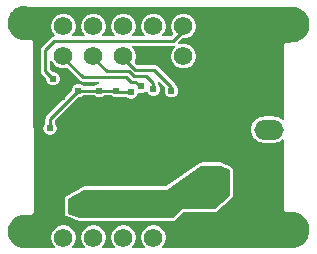
<source format=gbl>
G04 Layer: BottomLayer*
G04 EasyEDA v6.5.42, 2024-05-25 08:47:02*
G04 c832b5f5d920414fa9447ed0a7611263,2865ae9118a24060a17af6d01c9bcc73,10*
G04 Gerber Generator version 0.2*
G04 Scale: 100 percent, Rotated: No, Reflected: No *
G04 Dimensions in millimeters *
G04 leading zeros omitted , absolute positions ,4 integer and 5 decimal *
%FSLAX45Y45*%
%MOMM*%

%ADD10C,0.2540*%
%ADD11O,2.4999949999999997X1.6999966*%
%ADD12C,2.0000*%
%ADD13C,1.5748*%
%ADD14C,0.6000*%
%ADD15C,0.6096*%
%ADD16C,0.6200*%
%ADD17C,0.0146*%

%LPD*%
G36*
X-465734Y-2272792D02*
G01*
X-472084Y-2271928D01*
X-487019Y-2268118D01*
X-501497Y-2262632D01*
X-515264Y-2255621D01*
X-528167Y-2247188D01*
X-540105Y-2237333D01*
X-550875Y-2226259D01*
X-560374Y-2214067D01*
X-568452Y-2200910D01*
X-575106Y-2186940D01*
X-580136Y-2172360D01*
X-583590Y-2157272D01*
X-585317Y-2141931D01*
X-585419Y-2126488D01*
X-583793Y-2111095D01*
X-580491Y-2096007D01*
X-575564Y-2081377D01*
X-569061Y-2067356D01*
X-561086Y-2054148D01*
X-551688Y-2041855D01*
X-540969Y-2030679D01*
X-529183Y-2020773D01*
X-516331Y-2012188D01*
X-502615Y-2005025D01*
X-488188Y-1999488D01*
X-473252Y-1995474D01*
X-458927Y-1993341D01*
X-392887Y-1991614D01*
X-386384Y-1990648D01*
X-380949Y-1988413D01*
X-375818Y-1984705D01*
X-373481Y-1982266D01*
X-369925Y-1977085D01*
X-367792Y-1971548D01*
X-367030Y-1965045D01*
X-368554Y-538835D01*
X-369366Y-532333D01*
X-371449Y-526796D01*
X-375005Y-521614D01*
X-377596Y-519023D01*
X-382676Y-515366D01*
X-388162Y-513181D01*
X-394665Y-512318D01*
X-455828Y-511352D01*
X-472490Y-509016D01*
X-487730Y-505104D01*
X-502412Y-499567D01*
X-516432Y-492455D01*
X-529539Y-483819D01*
X-541680Y-473862D01*
X-552602Y-462584D01*
X-562305Y-450240D01*
X-570534Y-436829D01*
X-577240Y-422656D01*
X-582422Y-407822D01*
X-585927Y-392531D01*
X-587705Y-376936D01*
X-587806Y-361238D01*
X-586181Y-345592D01*
X-582828Y-330250D01*
X-577850Y-315366D01*
X-571246Y-301091D01*
X-563168Y-287680D01*
X-553618Y-275183D01*
X-542798Y-263804D01*
X-530809Y-253695D01*
X-517753Y-244957D01*
X-503834Y-237693D01*
X-489204Y-231952D01*
X-474014Y-227888D01*
X-458520Y-225501D01*
X-442823Y-224840D01*
X-427177Y-225907D01*
X-411327Y-228650D01*
X-405942Y-229108D01*
X1826564Y-229108D01*
X1843582Y-231241D01*
X1859381Y-235000D01*
X1874672Y-240436D01*
X1889302Y-247497D01*
X1903120Y-256032D01*
X1915922Y-265988D01*
X1927606Y-277317D01*
X1938020Y-289763D01*
X1947062Y-303276D01*
X1954580Y-317652D01*
X1960524Y-332740D01*
X1964842Y-348386D01*
X1967484Y-364439D01*
X1968398Y-380644D01*
X1967534Y-396849D01*
X1964994Y-412902D01*
X1960778Y-428548D01*
X1954885Y-443687D01*
X1947418Y-458114D01*
X1938426Y-471678D01*
X1928114Y-484174D01*
X1916480Y-495503D01*
X1903730Y-505561D01*
X1889963Y-514197D01*
X1875332Y-521258D01*
X1860092Y-526796D01*
X1844293Y-530656D01*
X1829104Y-532688D01*
X1786737Y-534365D01*
X1778050Y-533095D01*
X1775510Y-533146D01*
X1771700Y-533755D01*
X1765960Y-535940D01*
X1761083Y-539292D01*
X1756968Y-543966D01*
X1755089Y-547065D01*
X1752904Y-552907D01*
X1752092Y-559409D01*
X1752092Y-1176324D01*
X1751380Y-1180084D01*
X1749348Y-1183284D01*
X1746250Y-1185519D01*
X1742592Y-1186484D01*
X1738782Y-1185976D01*
X1735480Y-1184148D01*
X1730756Y-1180287D01*
X1719021Y-1172819D01*
X1706422Y-1166876D01*
X1693164Y-1162608D01*
X1679498Y-1159967D01*
X1665274Y-1159103D01*
X1585925Y-1159103D01*
X1571701Y-1159967D01*
X1558036Y-1162608D01*
X1544777Y-1166876D01*
X1532178Y-1172819D01*
X1520444Y-1180287D01*
X1509674Y-1189177D01*
X1500174Y-1199337D01*
X1491996Y-1210564D01*
X1485290Y-1222806D01*
X1480159Y-1235710D01*
X1476654Y-1249222D01*
X1474927Y-1263040D01*
X1474927Y-1276959D01*
X1476654Y-1290777D01*
X1480159Y-1304290D01*
X1485290Y-1317193D01*
X1491996Y-1329436D01*
X1500174Y-1340662D01*
X1509674Y-1350822D01*
X1520444Y-1359712D01*
X1532178Y-1367180D01*
X1544777Y-1373124D01*
X1558036Y-1377391D01*
X1571701Y-1380032D01*
X1585925Y-1380896D01*
X1665274Y-1380896D01*
X1679498Y-1380032D01*
X1693164Y-1377391D01*
X1706422Y-1373124D01*
X1719021Y-1367180D01*
X1730756Y-1359712D01*
X1735480Y-1355852D01*
X1738782Y-1354023D01*
X1742592Y-1353515D01*
X1746250Y-1354480D01*
X1749348Y-1356715D01*
X1751380Y-1359916D01*
X1752092Y-1363675D01*
X1752092Y-1941474D01*
X1752904Y-1947976D01*
X1754987Y-1953514D01*
X1758543Y-1958695D01*
X1760931Y-1961134D01*
X1766011Y-1964842D01*
X1771497Y-1967077D01*
X1778000Y-1967992D01*
X1829054Y-1969211D01*
X1845360Y-1971446D01*
X1861108Y-1975408D01*
X1876348Y-1981047D01*
X1890877Y-1988261D01*
X1904593Y-1996998D01*
X1917293Y-2007107D01*
X1928825Y-2018538D01*
X1939086Y-2031085D01*
X1947925Y-2044700D01*
X1955292Y-2059178D01*
X1961083Y-2074367D01*
X1965198Y-2090064D01*
X1967636Y-2106117D01*
X1968347Y-2122322D01*
X1967331Y-2138527D01*
X1964588Y-2154580D01*
X1960168Y-2170176D01*
X1954123Y-2185263D01*
X1946503Y-2199589D01*
X1937359Y-2213000D01*
X1926843Y-2225395D01*
X1915109Y-2236622D01*
X1902206Y-2246477D01*
X1888388Y-2254961D01*
X1873707Y-2261870D01*
X1858365Y-2267204D01*
X1842516Y-2270861D01*
X1826564Y-2272792D01*
X731469Y-2272792D01*
X727659Y-2272080D01*
X724458Y-2269947D01*
X722223Y-2266848D01*
X721309Y-2263089D01*
X721868Y-2259279D01*
X723849Y-2255926D01*
X730707Y-2248103D01*
X738327Y-2236724D01*
X744372Y-2224430D01*
X748741Y-2211476D01*
X751433Y-2198065D01*
X752348Y-2184400D01*
X751433Y-2170734D01*
X748741Y-2157323D01*
X744372Y-2144369D01*
X738327Y-2132076D01*
X730707Y-2120696D01*
X721664Y-2110435D01*
X711403Y-2101392D01*
X700024Y-2093772D01*
X687730Y-2087727D01*
X674776Y-2083358D01*
X661365Y-2080666D01*
X647700Y-2079752D01*
X634034Y-2080666D01*
X620623Y-2083358D01*
X607669Y-2087727D01*
X595376Y-2093772D01*
X583996Y-2101392D01*
X573735Y-2110435D01*
X564692Y-2120696D01*
X557072Y-2132076D01*
X551027Y-2144369D01*
X546658Y-2157323D01*
X543966Y-2170734D01*
X543052Y-2184400D01*
X543966Y-2198065D01*
X546658Y-2211476D01*
X551027Y-2224430D01*
X557072Y-2236724D01*
X564692Y-2248103D01*
X571550Y-2255926D01*
X573532Y-2259279D01*
X574090Y-2263089D01*
X573176Y-2266848D01*
X570941Y-2269947D01*
X567740Y-2272080D01*
X563930Y-2272792D01*
X477469Y-2272792D01*
X473659Y-2272080D01*
X470458Y-2269947D01*
X468223Y-2266848D01*
X467309Y-2263089D01*
X467868Y-2259279D01*
X469849Y-2255926D01*
X476707Y-2248103D01*
X484327Y-2236724D01*
X490372Y-2224430D01*
X494741Y-2211476D01*
X497433Y-2198065D01*
X498348Y-2184400D01*
X497433Y-2170734D01*
X494741Y-2157323D01*
X490372Y-2144369D01*
X484327Y-2132076D01*
X476707Y-2120696D01*
X467664Y-2110435D01*
X457403Y-2101392D01*
X446024Y-2093772D01*
X433730Y-2087727D01*
X420776Y-2083358D01*
X407365Y-2080666D01*
X393700Y-2079752D01*
X380034Y-2080666D01*
X366623Y-2083358D01*
X353669Y-2087727D01*
X341376Y-2093772D01*
X329996Y-2101392D01*
X319735Y-2110435D01*
X310692Y-2120696D01*
X303072Y-2132076D01*
X297027Y-2144369D01*
X292658Y-2157323D01*
X289966Y-2170734D01*
X289052Y-2184400D01*
X289966Y-2198065D01*
X292658Y-2211476D01*
X297027Y-2224430D01*
X303072Y-2236724D01*
X310692Y-2248103D01*
X317550Y-2255926D01*
X319532Y-2259279D01*
X320090Y-2263089D01*
X319176Y-2266848D01*
X316941Y-2269947D01*
X313740Y-2272080D01*
X309930Y-2272792D01*
X223469Y-2272792D01*
X219659Y-2272080D01*
X216458Y-2269947D01*
X214223Y-2266848D01*
X213309Y-2263089D01*
X213867Y-2259279D01*
X215849Y-2255926D01*
X222707Y-2248103D01*
X230327Y-2236724D01*
X236372Y-2224430D01*
X240741Y-2211476D01*
X243433Y-2198065D01*
X244348Y-2184400D01*
X243433Y-2170734D01*
X240741Y-2157323D01*
X236372Y-2144369D01*
X230327Y-2132076D01*
X222707Y-2120696D01*
X213664Y-2110435D01*
X203403Y-2101392D01*
X192024Y-2093772D01*
X179730Y-2087727D01*
X166776Y-2083358D01*
X153365Y-2080666D01*
X139700Y-2079752D01*
X126034Y-2080666D01*
X112623Y-2083358D01*
X99669Y-2087727D01*
X87376Y-2093772D01*
X75996Y-2101392D01*
X65735Y-2110435D01*
X56692Y-2120696D01*
X49072Y-2132076D01*
X43027Y-2144369D01*
X38658Y-2157323D01*
X35966Y-2170734D01*
X35052Y-2184400D01*
X35966Y-2198065D01*
X38658Y-2211476D01*
X43027Y-2224430D01*
X49072Y-2236724D01*
X56692Y-2248103D01*
X63550Y-2255926D01*
X65532Y-2259279D01*
X66090Y-2263089D01*
X65176Y-2266848D01*
X62941Y-2269947D01*
X59740Y-2272080D01*
X55930Y-2272792D01*
X-30530Y-2272792D01*
X-34340Y-2272080D01*
X-37541Y-2269947D01*
X-39776Y-2266848D01*
X-40690Y-2263089D01*
X-40132Y-2259279D01*
X-38150Y-2255926D01*
X-31292Y-2248103D01*
X-23672Y-2236724D01*
X-17627Y-2224430D01*
X-13258Y-2211476D01*
X-10566Y-2198065D01*
X-9652Y-2184400D01*
X-10566Y-2170734D01*
X-13258Y-2157323D01*
X-17627Y-2144369D01*
X-23672Y-2132076D01*
X-31292Y-2120696D01*
X-40335Y-2110435D01*
X-50596Y-2101392D01*
X-61976Y-2093772D01*
X-74269Y-2087727D01*
X-87223Y-2083358D01*
X-100634Y-2080666D01*
X-114300Y-2079752D01*
X-127965Y-2080666D01*
X-141376Y-2083358D01*
X-154330Y-2087727D01*
X-166624Y-2093772D01*
X-178003Y-2101392D01*
X-188264Y-2110435D01*
X-197307Y-2120696D01*
X-204927Y-2132076D01*
X-210972Y-2144369D01*
X-215341Y-2157323D01*
X-218033Y-2170734D01*
X-218948Y-2184400D01*
X-218033Y-2198065D01*
X-215341Y-2211476D01*
X-210972Y-2224430D01*
X-204927Y-2236724D01*
X-197307Y-2248103D01*
X-190449Y-2255926D01*
X-188468Y-2259279D01*
X-187909Y-2263089D01*
X-188823Y-2266848D01*
X-191058Y-2269947D01*
X-194259Y-2272080D01*
X-198069Y-2272792D01*
G37*

%LPC*%
G36*
X25755Y-2045207D02*
G01*
X812495Y-2045207D01*
X818540Y-2044547D01*
X824026Y-2042617D01*
X828954Y-2039518D01*
X831342Y-2037435D01*
X896772Y-1972005D01*
X900074Y-1969770D01*
X903935Y-1969007D01*
X1168247Y-1969007D01*
X1175664Y-1967890D01*
X1180998Y-1965655D01*
X1186180Y-1961997D01*
X1312418Y-1848357D01*
X1315516Y-1845056D01*
X1318666Y-1840026D01*
X1320596Y-1834540D01*
X1321308Y-1828241D01*
X1321308Y-1613408D01*
X1320698Y-1607566D01*
X1318869Y-1602028D01*
X1315821Y-1597101D01*
X1311808Y-1592935D01*
X1306474Y-1589481D01*
X1231290Y-1551889D01*
X1225346Y-1549704D01*
X1218590Y-1548892D01*
X1054658Y-1548892D01*
X1048359Y-1549603D01*
X1042720Y-1551584D01*
X1038961Y-1553768D01*
X756513Y-1750263D01*
X753719Y-1751634D01*
X750671Y-1752092D01*
X63652Y-1752092D01*
X56489Y-1753107D01*
X50596Y-1755546D01*
X-88239Y-1831238D01*
X-92202Y-1833880D01*
X-96418Y-1838096D01*
X-99466Y-1842973D01*
X-101396Y-1848459D01*
X-102108Y-1854758D01*
X-102006Y-1983181D01*
X-100787Y-1989175D01*
X-98399Y-1994458D01*
X-94894Y-1999081D01*
X-90424Y-2002789D01*
X-84785Y-2005634D01*
X15747Y-2043379D01*
X22148Y-2044954D01*
G37*
G36*
X-228600Y-1313637D02*
G01*
X-218795Y-1312773D01*
X-209346Y-1310233D01*
X-200406Y-1306118D01*
X-192379Y-1300480D01*
X-185420Y-1293520D01*
X-179781Y-1285494D01*
X-175666Y-1276553D01*
X-173126Y-1267104D01*
X-172262Y-1257300D01*
X-173126Y-1247495D01*
X-175666Y-1238046D01*
X-179781Y-1229106D01*
X-185420Y-1221079D01*
X-186994Y-1219504D01*
X-189230Y-1216202D01*
X-189992Y-1212291D01*
X-189992Y-1201318D01*
X-189230Y-1197406D01*
X-186994Y-1194104D01*
X8178Y-998931D01*
X11074Y-996899D01*
X14478Y-995984D01*
X22504Y-995273D01*
X31953Y-992733D01*
X40894Y-988618D01*
X48920Y-982980D01*
X50495Y-981405D01*
X53797Y-979169D01*
X57708Y-978408D01*
X145491Y-978408D01*
X149402Y-979169D01*
X152704Y-981405D01*
X154279Y-982980D01*
X162306Y-988618D01*
X171246Y-992733D01*
X180695Y-995273D01*
X190500Y-996137D01*
X200304Y-995273D01*
X209753Y-992733D01*
X218694Y-988618D01*
X226720Y-982980D01*
X228295Y-981405D01*
X231597Y-979169D01*
X235508Y-978408D01*
X285191Y-978408D01*
X289102Y-979169D01*
X292404Y-981405D01*
X293979Y-982980D01*
X302006Y-988618D01*
X310946Y-992733D01*
X320395Y-995273D01*
X330200Y-996137D01*
X340004Y-995273D01*
X349453Y-992733D01*
X350977Y-992073D01*
X355244Y-991108D01*
X411480Y-991108D01*
X415035Y-991768D01*
X418185Y-993648D01*
X423367Y-998219D01*
X431596Y-1003300D01*
X440537Y-1006856D01*
X449986Y-1008887D01*
X459638Y-1009345D01*
X469188Y-1008075D01*
X478383Y-1005281D01*
X487019Y-1000912D01*
X494792Y-995171D01*
X501446Y-988212D01*
X506831Y-980236D01*
X510844Y-971448D01*
X513384Y-961593D01*
X515112Y-958037D01*
X518109Y-955395D01*
X521868Y-954125D01*
X525881Y-954379D01*
X536346Y-957173D01*
X546100Y-958037D01*
X555904Y-957173D01*
X565353Y-954633D01*
X574294Y-950518D01*
X581253Y-945642D01*
X585317Y-943914D01*
X589686Y-944118D01*
X593598Y-946150D01*
X596290Y-949655D01*
X598881Y-955294D01*
X604520Y-963320D01*
X611479Y-970280D01*
X619506Y-975918D01*
X628446Y-980033D01*
X637895Y-982573D01*
X647700Y-983437D01*
X657504Y-982573D01*
X666953Y-980033D01*
X675894Y-975918D01*
X683920Y-970280D01*
X690880Y-963320D01*
X696518Y-955294D01*
X700633Y-946353D01*
X703173Y-936904D01*
X704037Y-927100D01*
X703173Y-917295D01*
X700633Y-907846D01*
X696518Y-898906D01*
X690880Y-890879D01*
X689305Y-889304D01*
X687070Y-886002D01*
X686308Y-882091D01*
X686308Y-876808D01*
X685901Y-872642D01*
X686358Y-868527D01*
X688390Y-864971D01*
X691642Y-862482D01*
X695655Y-861517D01*
X699770Y-862228D01*
X703173Y-864463D01*
X745947Y-907237D01*
X748233Y-910691D01*
X748944Y-914704D01*
X747979Y-918718D01*
X747166Y-920546D01*
X744626Y-929995D01*
X743762Y-939800D01*
X744626Y-949604D01*
X747166Y-959053D01*
X751281Y-967994D01*
X756920Y-976020D01*
X763879Y-982980D01*
X771906Y-988618D01*
X780846Y-992733D01*
X790295Y-995273D01*
X800100Y-996137D01*
X809904Y-995273D01*
X819353Y-992733D01*
X828294Y-988618D01*
X836320Y-982980D01*
X843280Y-976020D01*
X848918Y-967994D01*
X853033Y-959053D01*
X855573Y-949604D01*
X856437Y-939800D01*
X855573Y-929995D01*
X853033Y-920546D01*
X848918Y-911606D01*
X843280Y-903579D01*
X839266Y-899566D01*
X837742Y-897636D01*
X835710Y-892048D01*
X832154Y-885342D01*
X827024Y-879144D01*
X682955Y-735076D01*
X676757Y-729945D01*
X670052Y-726389D01*
X662838Y-724204D01*
X654812Y-723392D01*
X515518Y-723392D01*
X511606Y-722630D01*
X508304Y-720394D01*
X490626Y-702767D01*
X488340Y-699262D01*
X487680Y-695096D01*
X488696Y-691083D01*
X490372Y-687730D01*
X494741Y-674776D01*
X497433Y-661365D01*
X498348Y-647700D01*
X497433Y-634034D01*
X494741Y-620623D01*
X490372Y-607669D01*
X484327Y-595376D01*
X476707Y-583996D01*
X469849Y-576173D01*
X467868Y-572820D01*
X467309Y-569010D01*
X468223Y-565251D01*
X470458Y-562152D01*
X473659Y-560019D01*
X477469Y-559308D01*
X812292Y-559308D01*
X817422Y-558800D01*
X821436Y-559206D01*
X824941Y-561136D01*
X827430Y-564286D01*
X828548Y-568147D01*
X828040Y-572109D01*
X826058Y-575614D01*
X818692Y-583996D01*
X811072Y-595376D01*
X805027Y-607669D01*
X800658Y-620623D01*
X797966Y-634034D01*
X797052Y-647700D01*
X797966Y-661365D01*
X800658Y-674776D01*
X805027Y-687730D01*
X811072Y-700024D01*
X818692Y-711403D01*
X827735Y-721664D01*
X837996Y-730707D01*
X849376Y-738327D01*
X861669Y-744372D01*
X874623Y-748741D01*
X888034Y-751433D01*
X901700Y-752348D01*
X915365Y-751433D01*
X928776Y-748741D01*
X941730Y-744372D01*
X954024Y-738327D01*
X965403Y-730707D01*
X975664Y-721664D01*
X984707Y-711403D01*
X992327Y-700024D01*
X998372Y-687730D01*
X1002741Y-674776D01*
X1005433Y-661365D01*
X1006348Y-647700D01*
X1005433Y-634034D01*
X1002741Y-620623D01*
X998372Y-607669D01*
X992327Y-595376D01*
X984707Y-583996D01*
X975664Y-573735D01*
X965403Y-564692D01*
X954024Y-557072D01*
X941730Y-551027D01*
X928776Y-546658D01*
X915365Y-543966D01*
X901700Y-543052D01*
X888034Y-543966D01*
X874623Y-546658D01*
X865682Y-549656D01*
X861212Y-550164D01*
X856945Y-548640D01*
X853795Y-545439D01*
X852322Y-541172D01*
X852830Y-536702D01*
X855218Y-532892D01*
X887272Y-500837D01*
X890879Y-498500D01*
X895096Y-497890D01*
X901700Y-498348D01*
X915365Y-497433D01*
X928776Y-494741D01*
X941730Y-490372D01*
X954024Y-484327D01*
X965403Y-476707D01*
X975664Y-467664D01*
X984707Y-457403D01*
X992327Y-446024D01*
X998372Y-433730D01*
X1002741Y-420776D01*
X1005433Y-407365D01*
X1006348Y-393700D01*
X1005433Y-380034D01*
X1002741Y-366623D01*
X998372Y-353669D01*
X992327Y-341376D01*
X984707Y-329996D01*
X975664Y-319735D01*
X965403Y-310692D01*
X954024Y-303072D01*
X941730Y-297027D01*
X928776Y-292658D01*
X915365Y-289966D01*
X901700Y-289052D01*
X888034Y-289966D01*
X874623Y-292658D01*
X861669Y-297027D01*
X849376Y-303072D01*
X837996Y-310692D01*
X827735Y-319735D01*
X818692Y-329996D01*
X811072Y-341376D01*
X805027Y-353669D01*
X800658Y-366623D01*
X797966Y-380034D01*
X797052Y-393700D01*
X797966Y-407365D01*
X800658Y-420776D01*
X805027Y-433730D01*
X811072Y-446024D01*
X815187Y-452170D01*
X816610Y-455320D01*
X816864Y-458774D01*
X815949Y-462127D01*
X813917Y-464972D01*
X799795Y-479094D01*
X796493Y-481330D01*
X792581Y-482092D01*
X731469Y-482092D01*
X727659Y-481380D01*
X724458Y-479247D01*
X722223Y-476148D01*
X721309Y-472389D01*
X721868Y-468579D01*
X723849Y-465226D01*
X730707Y-457403D01*
X738327Y-446024D01*
X744372Y-433730D01*
X748741Y-420776D01*
X751433Y-407365D01*
X752348Y-393700D01*
X751433Y-380034D01*
X748741Y-366623D01*
X744372Y-353669D01*
X738327Y-341376D01*
X730707Y-329996D01*
X721664Y-319735D01*
X711403Y-310692D01*
X700024Y-303072D01*
X687730Y-297027D01*
X674776Y-292658D01*
X661365Y-289966D01*
X647700Y-289052D01*
X634034Y-289966D01*
X620623Y-292658D01*
X607669Y-297027D01*
X595376Y-303072D01*
X583996Y-310692D01*
X573735Y-319735D01*
X564692Y-329996D01*
X557072Y-341376D01*
X551027Y-353669D01*
X546658Y-366623D01*
X543966Y-380034D01*
X543052Y-393700D01*
X543966Y-407365D01*
X546658Y-420776D01*
X551027Y-433730D01*
X557072Y-446024D01*
X564692Y-457403D01*
X571550Y-465226D01*
X573532Y-468579D01*
X574090Y-472389D01*
X573176Y-476148D01*
X570941Y-479247D01*
X567740Y-481380D01*
X563930Y-482092D01*
X477469Y-482092D01*
X473659Y-481380D01*
X470458Y-479247D01*
X468223Y-476148D01*
X467309Y-472389D01*
X467868Y-468579D01*
X469849Y-465226D01*
X476707Y-457403D01*
X484327Y-446024D01*
X490372Y-433730D01*
X494741Y-420776D01*
X497433Y-407365D01*
X498348Y-393700D01*
X497433Y-380034D01*
X494741Y-366623D01*
X490372Y-353669D01*
X484327Y-341376D01*
X476707Y-329996D01*
X467664Y-319735D01*
X457403Y-310692D01*
X446024Y-303072D01*
X433730Y-297027D01*
X420776Y-292658D01*
X407365Y-289966D01*
X393700Y-289052D01*
X380034Y-289966D01*
X366623Y-292658D01*
X353669Y-297027D01*
X341376Y-303072D01*
X329996Y-310692D01*
X319735Y-319735D01*
X310692Y-329996D01*
X303072Y-341376D01*
X297027Y-353669D01*
X292658Y-366623D01*
X289966Y-380034D01*
X289052Y-393700D01*
X289966Y-407365D01*
X292658Y-420776D01*
X297027Y-433730D01*
X303072Y-446024D01*
X310692Y-457403D01*
X317550Y-465226D01*
X319532Y-468579D01*
X320090Y-472389D01*
X319176Y-476148D01*
X316941Y-479247D01*
X313740Y-481380D01*
X309930Y-482092D01*
X223469Y-482092D01*
X219659Y-481380D01*
X216458Y-479247D01*
X214223Y-476148D01*
X213309Y-472389D01*
X213867Y-468579D01*
X215849Y-465226D01*
X222707Y-457403D01*
X230327Y-446024D01*
X236372Y-433730D01*
X240741Y-420776D01*
X243433Y-407365D01*
X244348Y-393700D01*
X243433Y-380034D01*
X240741Y-366623D01*
X236372Y-353669D01*
X230327Y-341376D01*
X222707Y-329996D01*
X213664Y-319735D01*
X203403Y-310692D01*
X192024Y-303072D01*
X179730Y-297027D01*
X166776Y-292658D01*
X153365Y-289966D01*
X139700Y-289052D01*
X126034Y-289966D01*
X112623Y-292658D01*
X99669Y-297027D01*
X87376Y-303072D01*
X75996Y-310692D01*
X65735Y-319735D01*
X56692Y-329996D01*
X49072Y-341376D01*
X43027Y-353669D01*
X38658Y-366623D01*
X35966Y-380034D01*
X35052Y-393700D01*
X35966Y-407365D01*
X38658Y-420776D01*
X43027Y-433730D01*
X49072Y-446024D01*
X56692Y-457403D01*
X63550Y-465226D01*
X65532Y-468579D01*
X66090Y-472389D01*
X65176Y-476148D01*
X62941Y-479247D01*
X59740Y-481380D01*
X55930Y-482092D01*
X-30530Y-482092D01*
X-34340Y-481380D01*
X-37541Y-479247D01*
X-39776Y-476148D01*
X-40690Y-472389D01*
X-40132Y-468579D01*
X-38150Y-465226D01*
X-31292Y-457403D01*
X-23672Y-446024D01*
X-17627Y-433730D01*
X-13258Y-420776D01*
X-10566Y-407365D01*
X-9652Y-393700D01*
X-10566Y-380034D01*
X-13258Y-366623D01*
X-17627Y-353669D01*
X-23672Y-341376D01*
X-31292Y-329996D01*
X-40335Y-319735D01*
X-50596Y-310692D01*
X-61976Y-303072D01*
X-74269Y-297027D01*
X-87223Y-292658D01*
X-100634Y-289966D01*
X-114300Y-289052D01*
X-127965Y-289966D01*
X-141376Y-292658D01*
X-154330Y-297027D01*
X-166624Y-303072D01*
X-178003Y-310692D01*
X-188264Y-319735D01*
X-197307Y-329996D01*
X-204927Y-341376D01*
X-210972Y-353669D01*
X-215341Y-366623D01*
X-218033Y-380034D01*
X-218948Y-393700D01*
X-218033Y-407365D01*
X-215341Y-420776D01*
X-210972Y-433730D01*
X-204927Y-446024D01*
X-197307Y-457403D01*
X-189839Y-465937D01*
X-187706Y-469798D01*
X-187452Y-474218D01*
X-189077Y-478332D01*
X-192278Y-481330D01*
X-196494Y-482752D01*
X-198018Y-482904D01*
X-205232Y-485089D01*
X-211937Y-488645D01*
X-218135Y-493776D01*
X-293624Y-569264D01*
X-298754Y-575462D01*
X-302310Y-582168D01*
X-304495Y-589381D01*
X-305308Y-597408D01*
X-305308Y-774192D01*
X-304495Y-782218D01*
X-302310Y-789432D01*
X-298754Y-796137D01*
X-293624Y-802335D01*
X-262331Y-833678D01*
X-260299Y-836574D01*
X-259384Y-839978D01*
X-258673Y-848004D01*
X-256133Y-857453D01*
X-252018Y-866394D01*
X-246379Y-874420D01*
X-239420Y-881380D01*
X-231394Y-887018D01*
X-222453Y-891133D01*
X-213004Y-893673D01*
X-203200Y-894537D01*
X-193395Y-893673D01*
X-183946Y-891133D01*
X-175006Y-887018D01*
X-166979Y-881380D01*
X-160020Y-874420D01*
X-154381Y-866394D01*
X-150266Y-857453D01*
X-147726Y-848004D01*
X-146862Y-838200D01*
X-147726Y-828395D01*
X-150266Y-818946D01*
X-154381Y-810006D01*
X-160020Y-801979D01*
X-166979Y-795020D01*
X-175006Y-789381D01*
X-183946Y-785266D01*
X-193395Y-782726D01*
X-201422Y-782015D01*
X-204825Y-781100D01*
X-207721Y-779068D01*
X-225094Y-761695D01*
X-227329Y-758393D01*
X-228092Y-754481D01*
X-228092Y-696569D01*
X-227075Y-692200D01*
X-224282Y-688644D01*
X-220217Y-686663D01*
X-215747Y-686663D01*
X-211683Y-688594D01*
X-208838Y-692099D01*
X-204927Y-700024D01*
X-197307Y-711403D01*
X-188264Y-721664D01*
X-178003Y-730707D01*
X-166624Y-738327D01*
X-154330Y-744372D01*
X-141376Y-748741D01*
X-127965Y-751433D01*
X-114300Y-752348D01*
X-100634Y-751433D01*
X-86969Y-748690D01*
X-83667Y-748588D01*
X-80518Y-749554D01*
X-77825Y-751484D01*
X23164Y-852424D01*
X29362Y-857554D01*
X36068Y-861110D01*
X43281Y-863295D01*
X51308Y-864108D01*
X178917Y-864108D01*
X182981Y-864971D01*
X186385Y-867359D01*
X188518Y-870915D01*
X189077Y-875030D01*
X187909Y-878992D01*
X185267Y-882192D01*
X181559Y-884072D01*
X171246Y-886866D01*
X162306Y-890981D01*
X154279Y-896619D01*
X152704Y-898194D01*
X149402Y-900430D01*
X145491Y-901192D01*
X57708Y-901192D01*
X53797Y-900430D01*
X50495Y-898194D01*
X48920Y-896619D01*
X40894Y-890981D01*
X31953Y-886866D01*
X22504Y-884326D01*
X12700Y-883462D01*
X2895Y-884326D01*
X-6553Y-886866D01*
X-15494Y-890981D01*
X-23520Y-896619D01*
X-30480Y-903579D01*
X-36118Y-911606D01*
X-40233Y-920546D01*
X-42773Y-929995D01*
X-43484Y-938021D01*
X-44399Y-941425D01*
X-46431Y-944321D01*
X-255524Y-1153464D01*
X-260654Y-1159662D01*
X-264210Y-1166368D01*
X-266395Y-1173581D01*
X-267208Y-1181608D01*
X-267208Y-1212291D01*
X-267970Y-1216202D01*
X-270205Y-1219504D01*
X-271780Y-1221079D01*
X-277418Y-1229106D01*
X-281533Y-1238046D01*
X-284073Y-1247495D01*
X-284937Y-1257300D01*
X-284073Y-1267104D01*
X-281533Y-1276553D01*
X-277418Y-1285494D01*
X-271780Y-1293520D01*
X-264820Y-1300480D01*
X-256794Y-1306118D01*
X-247853Y-1310233D01*
X-238404Y-1312773D01*
G37*

%LPD*%
G36*
X1054100Y-1574800D02*
G01*
X762000Y-1778000D01*
X63500Y-1778000D01*
X-76200Y-1854200D01*
X-76200Y-1981200D01*
X25400Y-2019300D01*
X812800Y-2019300D01*
X889000Y-1943100D01*
X1168400Y-1943100D01*
X1295400Y-1828800D01*
X1295400Y-1612900D01*
X1219200Y-1574800D01*
G37*
D10*
X190500Y-939800D02*
G01*
X330200Y-939800D01*
X12700Y-939800D02*
G01*
X-228600Y-1181100D01*
X-228600Y-1257300D01*
X190500Y-939800D02*
G01*
X25400Y-939800D01*
X12700Y-939800D01*
X330200Y-939800D02*
G01*
X342900Y-952500D01*
X457200Y-952500D01*
X393700Y-660400D02*
G01*
X495300Y-762000D01*
X655320Y-762000D01*
X800100Y-906779D01*
X800100Y-939800D01*
X139700Y-660400D02*
G01*
X254000Y-774700D01*
X444500Y-774700D01*
X482600Y-812800D01*
X584200Y-812800D01*
X647700Y-876300D01*
X647700Y-927100D01*
X-203200Y-838200D02*
G01*
X-266700Y-774700D01*
X-266700Y-596900D01*
X-190500Y-520700D01*
X812800Y-520700D01*
X901700Y-431800D01*
X901700Y-393700D01*
X546100Y-901700D02*
G01*
X495300Y-863600D01*
X457200Y-863600D01*
X419100Y-825500D01*
X50800Y-825500D01*
X-114300Y-660400D01*
D11*
G01*
X1625600Y-774700D03*
G01*
X1625600Y-1270000D03*
D12*
G01*
X1816100Y-2120900D03*
G01*
X-444500Y-368300D03*
G01*
X-444500Y-2133600D03*
G01*
X1816100Y-381000D03*
D13*
G01*
X-114300Y-2184400D03*
G01*
X139700Y-2184400D03*
G01*
X393700Y-2184400D03*
G01*
X647700Y-2184400D03*
G01*
X-114300Y-647700D03*
G01*
X139700Y-647700D03*
G01*
X393700Y-647700D03*
G01*
X647700Y-647700D03*
G01*
X901700Y-647700D03*
G01*
X-114300Y-393700D03*
G01*
X139700Y-393700D03*
G01*
X393700Y-393700D03*
G01*
X647700Y-393700D03*
G01*
X901700Y-393700D03*
G01*
X1155700Y-393700D03*
D14*
G01*
X205613Y-1447012D03*
G01*
X205613Y-1347012D03*
G01*
X305612Y-1447012D03*
G01*
X305612Y-1347012D03*
G01*
X405612Y-1447012D03*
G01*
X405612Y-1347012D03*
G01*
X505612Y-1447012D03*
G01*
X505612Y-1347012D03*
D15*
G01*
X114300Y-1828800D03*
G01*
X0Y-1917700D03*
G01*
X114300Y-1905000D03*
G01*
X698500Y-1841500D03*
G01*
X749300Y-1905000D03*
G01*
X622300Y-1841500D03*
G01*
X647700Y-1905000D03*
G01*
X50800Y-1866900D03*
G01*
X190500Y-939800D03*
G01*
X330200Y-939800D03*
G01*
X12700Y-939800D03*
G01*
X546100Y-901700D03*
G01*
X647700Y-927100D03*
G01*
X800100Y-939800D03*
G01*
X1600200Y-596900D03*
G01*
X1485900Y-2070100D03*
G01*
X1587500Y-1676400D03*
G01*
X-228600Y-1257300D03*
G01*
X1435100Y-1739900D03*
G01*
X1587500Y-2159000D03*
G01*
X1676400Y-1612900D03*
G01*
X1689100Y-1739900D03*
G01*
X1371600Y-2159000D03*
G01*
X1422400Y-482600D03*
G01*
X1587500Y-1003300D03*
G01*
X939800Y-1384300D03*
G01*
X1282700Y-2082800D03*
G01*
X1181100Y-2184400D03*
G01*
X-203200Y-838200D03*
G01*
X-50800Y-863600D03*
G01*
X927100Y-2171700D03*
G01*
X1587500Y-355600D03*
G01*
X1346200Y-1130300D03*
G01*
X1447800Y-660400D03*
G01*
X914400Y-1524000D03*
G01*
X1193800Y-1625600D03*
G01*
X1066800Y-1625600D03*
G01*
X1231900Y-1701800D03*
G01*
X1117600Y-1701800D03*
G01*
X59054Y-1946503D03*
G01*
X775970Y-1840661D03*
D16*
G01*
X-215900Y-1409700D03*
G01*
X-292100Y-2095500D03*
G01*
X-152400Y-1612900D03*
G01*
X457200Y-952500D03*
G01*
X-317500Y-850900D03*
G01*
X-127000Y-990600D03*
M02*

</source>
